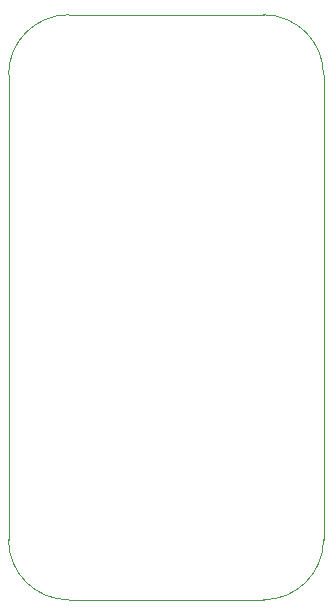
<source format=gbr>
%TF.GenerationSoftware,KiCad,Pcbnew,7.0.5*%
%TF.CreationDate,2024-01-22T12:46:48+02:00*%
%TF.ProjectId,Pixel Doubler,50697865-6c20-4446-9f75-626c65722e6b,rev?*%
%TF.SameCoordinates,Original*%
%TF.FileFunction,Profile,NP*%
%FSLAX46Y46*%
G04 Gerber Fmt 4.6, Leading zero omitted, Abs format (unit mm)*
G04 Created by KiCad (PCBNEW 7.0.5) date 2024-01-22 12:46:48*
%MOMM*%
%LPD*%
G01*
G04 APERTURE LIST*
%TA.AperFunction,Profile*%
%ADD10C,0.100000*%
%TD*%
G04 APERTURE END LIST*
D10*
%TO.C,J1*%
X86995000Y-57785000D02*
X86995000Y-97155000D01*
X108585000Y-52705000D02*
X92075000Y-52705000D01*
X108585000Y-102235000D02*
X92075000Y-102235000D01*
X113665000Y-97155000D02*
X113665000Y-57785000D01*
X92075000Y-52705000D02*
G75*
G03*
X86995000Y-57785000I2J-5080002D01*
G01*
X86995000Y-97155000D02*
G75*
G03*
X92075000Y-102235000I5080000J0D01*
G01*
X113665000Y-57785000D02*
G75*
G03*
X108585000Y-52705000I-5080000J0D01*
G01*
X108585000Y-102235000D02*
G75*
G03*
X113665000Y-97155000I0J5080000D01*
G01*
%TD*%
M02*

</source>
